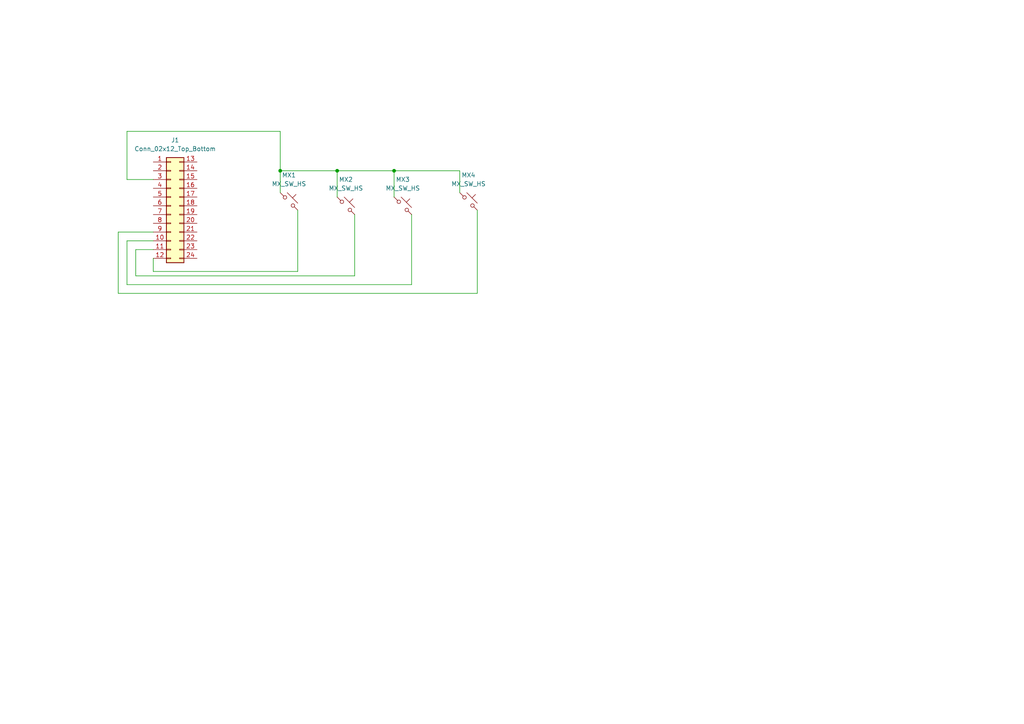
<source format=kicad_sch>
(kicad_sch (version 20230121) (generator eeschema)
  (paper "A4")
  (lib_symbols
    (symbol "Connector_Generic:Conn_02x12_Top_Bottom" (pin_names (offset 1.016) hide)
      (property "Reference" "J" (at 1.27 15.24 0))
      (property "Value" "Conn_02x12_Top_Bottom" (at 1.27 -17.78 0))
      (symbol "Conn_02x12_Top_Bottom_1_1"
        (rectangle (start -1.27 -15.113) (end 0 -15.367) (stroke (width 0.1524)))
        (rectangle (start -1.27 -12.573) (end 0 -12.827) (stroke (width 0.1524)))
        (rectangle (start -1.27 -10.033) (end 0 -10.287) (stroke (width 0.1524)))
        (rectangle (start -1.27 -7.493) (end 0 -7.747) (stroke (width 0.1524)))
        (rectangle (start -1.27 -4.953) (end 0 -5.207) (stroke (width 0.1524)))
        (rectangle (start -1.27 -2.413) (end 0 -2.667) (stroke (width 0.1524)))
        (rectangle (start -1.27 0.127) (end 0 -0.127) (stroke (width 0.1524)))
        (rectangle (start -1.27 2.667) (end 0 2.413) (stroke (width 0.1524)))
        (rectangle (start -1.27 5.207) (end 0 4.953) (stroke (width 0.1524)))
        (rectangle (start -1.27 7.747) (end 0 7.493) (stroke (width 0.1524)))
        (rectangle (start -1.27 10.287) (end 0 10.033) (stroke (width 0.1524)))
        (rectangle (start -1.27 12.827) (end 0 12.573) (stroke (width 0.1524)))
        (rectangle (start -1.27 13.97) (end 3.81 -16.51) (stroke (width 0.254)) (fill (type background)))
        (rectangle (start 3.81 -15.113) (end 2.54 -15.367) (stroke (width 0.1524)))
        (rectangle (start 3.81 -12.573) (end 2.54 -12.827) (stroke (width 0.1524)))
        (rectangle (start 3.81 -10.033) (end 2.54 -10.287) (stroke (width 0.1524)))
        (rectangle (start 3.81 -7.493) (end 2.54 -7.747) (stroke (width 0.1524)))
        (rectangle (start 3.81 -4.953) (end 2.54 -5.207) (stroke (width 0.1524)))
        (rectangle (start 3.81 -2.413) (end 2.54 -2.667) (stroke (width 0.1524)))
        (rectangle (start 3.81 0.127) (end 2.54 -0.127) (stroke (width 0.1524)))
        (rectangle (start 3.81 2.667) (end 2.54 2.413) (stroke (width 0.1524)))
        (rectangle (start 3.81 5.207) (end 2.54 4.953) (stroke (width 0.1524)))
        (rectangle (start 3.81 7.747) (end 2.54 7.493) (stroke (width 0.1524)))
        (rectangle (start 3.81 10.287) (end 2.54 10.033) (stroke (width 0.1524)))
        (rectangle (start 3.81 12.827) (end 2.54 12.573) (stroke (width 0.1524)))
        (pin passive line (at -5.08 12.7 0) (length 3.81) (name "Pin_1") (number "1"))
        (pin passive line (at -5.08 -10.16 0) (length 3.81) (name "Pin_10") (number "10"))
        (pin passive line (at -5.08 -12.7 0) (length 3.81) (name "Pin_11") (number "11"))
        (pin passive line (at -5.08 -15.24 0) (length 3.81) (name "Pin_12") (number "12"))
        (pin passive line (at 7.62 12.7 180) (length 3.81) (name "Pin_13") (number "13"))
        (pin passive line (at 7.62 10.16 180) (length 3.81) (name "Pin_14") (number "14"))
        (pin passive line (at 7.62 7.62 180) (length 3.81) (name "Pin_15") (number "15"))
        (pin passive line (at 7.62 5.08 180) (length 3.81) (name "Pin_16") (number "16"))
        (pin passive line (at 7.62 2.54 180) (length 3.81) (name "Pin_17") (number "17"))
        (pin passive line (at 7.62 0 180) (length 3.81) (name "Pin_18") (number "18"))
        (pin passive line (at 7.62 -2.54 180) (length 3.81) (name "Pin_19") (number "19"))
        (pin passive line (at -5.08 10.16 0) (length 3.81) (name "Pin_2") (number "2"))
        (pin passive line (at 7.62 -5.08 180) (length 3.81) (name "Pin_20") (number "20"))
        (pin passive line (at 7.62 -7.62 180) (length 3.81) (name "Pin_21") (number "21"))
        (pin passive line (at 7.62 -10.16 180) (length 3.81) (name "Pin_22") (number "22"))
        (pin passive line (at 7.62 -12.7 180) (length 3.81) (name "Pin_23") (number "23"))
        (pin passive line (at 7.62 -15.24 180) (length 3.81) (name "Pin_24") (number "24"))
        (pin passive line (at -5.08 7.62 0) (length 3.81) (name "Pin_3") (number "3"))
        (pin passive line (at -5.08 5.08 0) (length 3.81) (name "Pin_4") (number "4"))
        (pin passive line (at -5.08 2.54 0) (length 3.81) (name "Pin_5") (number "5"))
        (pin passive line (at -5.08 0 0) (length 3.81) (name "Pin_6") (number "6"))
        (pin passive line (at -5.08 -2.54 0) (length 3.81) (name "Pin_7") (number "7"))
        (pin passive line (at -5.08 -5.08 0) (length 3.81) (name "Pin_8") (number "8"))
        (pin passive line (at -5.08 -7.62 0) (length 3.81) (name "Pin_9") (number "9"))
      )
    )
    (symbol "PCM_marbastlib-mx:MX_SW_HS" (pin_numbers hide) (pin_names (offset 1.016) hide)
      (property "Reference" "MX" (at 3.048 1.016 0))
      (property "Value" "MX_SW_HS" (at 0 -3.81 0))
      (symbol "MX_SW_HS_0_1"
        (circle (center -1.1684 1.1684) (radius 0.508))
        (polyline (pts (xy -0.508 2.54) (xy 2.54 -0.508)))
        (polyline (pts (xy 1.016 1.016) (xy 2.032 2.032)))
        (polyline (pts (xy -2.54 2.54) (xy -1.524 1.524) (xy -1.524 1.524)))
        (polyline (pts (xy 1.524 -1.524) (xy 2.54 -2.54) (xy 2.54 -2.54) (xy 2.54 -2.54)))
        (circle (center 1.143 -1.1938) (radius 0.508))
        (pin passive line (at -2.54 2.54 0) (length 0) (name "1") (number "1"))
        (pin passive line (at 2.54 -2.54 180) (length 0) (name "2") (number "2"))
      )
    )
  )
  (junction (at 114.3 49.53))
  (junction (at 81.28 49.53))
  (junction (at 97.79 49.53))
  (wire (pts (xy 138.43 60.96) (xy 138.43 85.09)))
  (wire (pts (xy 39.37 80.01) (xy 102.87 80.01)))
  (wire (pts (xy 138.43 85.09) (xy 34.29 85.09)))
  (wire (pts (xy 44.45 72.39) (xy 39.37 72.39)))
  (wire (pts (xy 114.3 57.15) (xy 114.3 49.53)))
  (wire (pts (xy 119.38 62.23) (xy 119.38 82.55)))
  (wire (pts (xy 36.83 69.85) (xy 44.45 69.85)))
  (wire (pts (xy 102.87 80.01) (xy 102.87 62.23)))
  (wire (pts (xy 97.79 57.15) (xy 97.79 49.53)))
  (wire (pts (xy 36.83 38.1) (xy 36.83 52.07)))
  (wire (pts (xy 81.28 49.53) (xy 97.79 49.53)))
  (wire (pts (xy 114.3 49.53) (xy 97.79 49.53)))
  (wire (pts (xy 36.83 52.07) (xy 44.45 52.07)))
  (wire (pts (xy 81.28 49.53) (xy 81.28 38.1)))
  (wire (pts (xy 34.29 85.09) (xy 34.29 67.31)))
  (wire (pts (xy 133.35 55.88) (xy 133.35 49.53)))
  (wire (pts (xy 39.37 72.39) (xy 39.37 80.01)))
  (wire (pts (xy 44.45 78.74) (xy 86.36 78.74)))
  (wire (pts (xy 44.45 74.93) (xy 44.45 78.74)))
  (wire (pts (xy 34.29 67.31) (xy 44.45 67.31)))
  (wire (pts (xy 119.38 82.55) (xy 36.83 82.55)))
  (wire (pts (xy 81.28 55.88) (xy 81.28 49.53)))
  (wire (pts (xy 133.35 49.53) (xy 114.3 49.53)))
  (wire (pts (xy 81.28 38.1) (xy 36.83 38.1)))
  (wire (pts (xy 86.36 78.74) (xy 86.36 60.96)))
  (wire (pts (xy 36.83 82.55) (xy 36.83 69.85)))
  (symbol (lib_id "PCM_marbastlib-mx:MX_SW_HS") (at 100.33 59.69 0) (unit 1)
    (property "Reference" "MX2" (at 100.33 52.07 0))
    (property "Value" "MX_SW_HS" (at 100.33 54.61 0))
    (property "Footprint" "keyswitches:Kailh_socket_MX_optional" (effects hide))
  )
  (symbol (lib_id "PCM_marbastlib-mx:MX_SW_HS") (at 116.84 59.69 0) (unit 1)
    (property "Reference" "MX3" (at 116.84 52.07 0))
    (property "Value" "MX_SW_HS" (at 116.84 54.61 0))
    (property "Footprint" "keyswitches:Kailh_socket_MX_optional" (effects hide))
  )
  (symbol (lib_id "PCM_marbastlib-mx:MX_SW_HS") (at 135.89 58.42 0) (unit 1)
    (property "Reference" "MX4" (at 135.89 50.8 0))
    (property "Value" "MX_SW_HS" (at 135.89 53.34 0))
    (property "Footprint" "keyswitches:Kailh_socket_MX_optional" (effects hide))
  )
  (symbol (lib_id "Connector_Generic:Conn_02x12_Top_Bottom") (at 49.53 59.69 0) (unit 1)
    (property "Reference" "J1" (at 50.8 40.64 0))
    (property "Value" "Conn_02x12_Top_Bottom" (at 50.8 43.18 0))
    (property "Footprint" "Keebio-Parts:ArduinoProMicro" (effects hide))
  )
  (symbol (lib_id "PCM_marbastlib-mx:MX_SW_HS") (at 83.82 58.42 0) (unit 1)
    (property "Reference" "MX1" (at 83.82 50.8 0))
    (property "Value" "MX_SW_HS" (at 83.82 53.34 0))
    (property "Footprint" "keyswitches:Kailh_socket_MX_optional" (effects hide))
  )
)
</source>
